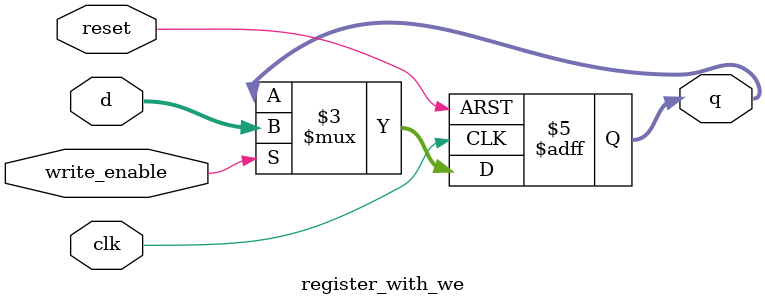
<source format=v>
`timescale 1ns/10ps
module register_with_we (
    input wire clk,             // Clock signal
    input wire reset,           // Reset signal (active high)
    input wire write_enable,    // Write enable signal
    input wire [63:0] d,        // Data input
    output reg [63:0] q         // Data output
);

    // Sequential logic: Write data on rising clock edge if write_enable is high
    always @(posedge clk or negedge reset) begin
        if (!reset) begin
            q <= 64'b0;         // Reset the register to 0
        end else if (write_enable) begin
            q <= d;             // Update the register value with input data
        end
    end

endmodule

</source>
